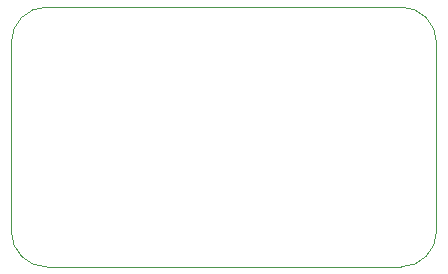
<source format=gm1>
G04 #@! TF.GenerationSoftware,KiCad,Pcbnew,6.0.2+dfsg-1*
G04 #@! TF.CreationDate,2022-12-16T18:51:45-08:00*
G04 #@! TF.ProjectId,mag_sensor,6d61675f-7365-46e7-936f-722e6b696361,rev?*
G04 #@! TF.SameCoordinates,Original*
G04 #@! TF.FileFunction,Profile,NP*
%FSLAX46Y46*%
G04 Gerber Fmt 4.6, Leading zero omitted, Abs format (unit mm)*
G04 Created by KiCad (PCBNEW 6.0.2+dfsg-1) date 2022-12-16 18:51:45*
%MOMM*%
%LPD*%
G01*
G04 APERTURE LIST*
G04 #@! TA.AperFunction,Profile*
%ADD10C,0.100000*%
G04 #@! TD*
G04 APERTURE END LIST*
D10*
X165000000Y-89000000D02*
X135000000Y-89000000D01*
X168000000Y-108000000D02*
X168000000Y-92000000D01*
X135000000Y-111000000D02*
X165000000Y-111000000D01*
X132000000Y-92000000D02*
X132000000Y-108000000D01*
X132000000Y-108000000D02*
G75*
G03*
X135000000Y-111000000I3000000J0D01*
G01*
X165000000Y-111000000D02*
G75*
G03*
X168000000Y-108000000I0J3000000D01*
G01*
X168000000Y-92000000D02*
G75*
G03*
X165000000Y-89000000I-3000000J0D01*
G01*
X135000000Y-89000000D02*
G75*
G03*
X132000000Y-92000000I0J-3000000D01*
G01*
M02*

</source>
